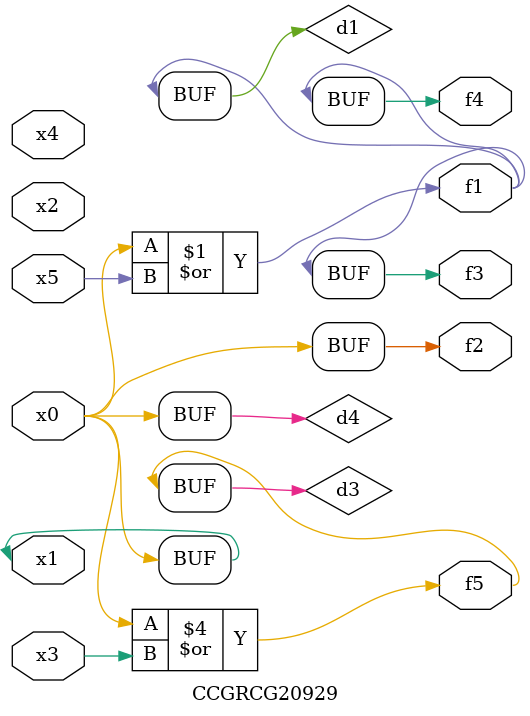
<source format=v>
module CCGRCG20929(
	input x0, x1, x2, x3, x4, x5,
	output f1, f2, f3, f4, f5
);

	wire d1, d2, d3, d4;

	or (d1, x0, x5);
	xnor (d2, x1, x4);
	or (d3, x0, x3);
	buf (d4, x0, x1);
	assign f1 = d1;
	assign f2 = d4;
	assign f3 = d1;
	assign f4 = d1;
	assign f5 = d3;
endmodule

</source>
